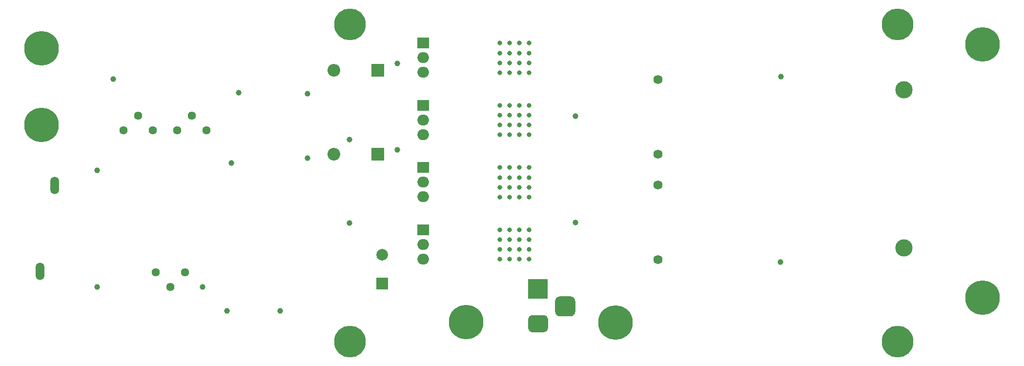
<source format=gbr>
%TF.GenerationSoftware,KiCad,Pcbnew,5.1.10*%
%TF.CreationDate,2021-08-13T16:06:35+12:00*%
%TF.ProjectId,D-Class_Amp,442d436c-6173-4735-9f41-6d702e6b6963,rev?*%
%TF.SameCoordinates,Original*%
%TF.FileFunction,Soldermask,Bot*%
%TF.FilePolarity,Negative*%
%FSLAX46Y46*%
G04 Gerber Fmt 4.6, Leading zero omitted, Abs format (unit mm)*
G04 Created by KiCad (PCBNEW 5.1.10) date 2021-08-13 16:06:35*
%MOMM*%
%LPD*%
G01*
G04 APERTURE LIST*
%ADD10C,5.500000*%
%ADD11R,3.500000X3.500000*%
%ADD12C,0.800000*%
%ADD13C,6.000000*%
%ADD14O,1.508000X3.016000*%
%ADD15O,2.000000X1.905000*%
%ADD16R,2.000000X1.905000*%
%ADD17C,1.000000*%
%ADD18C,3.000000*%
%ADD19C,1.590000*%
%ADD20O,2.200000X2.200000*%
%ADD21R,2.200000X2.200000*%
%ADD22C,2.000000*%
%ADD23R,2.000000X2.000000*%
%ADD24C,1.440000*%
G04 APERTURE END LIST*
D10*
%TO.C,M3*%
X236842000Y-127446000D03*
%TD*%
%TO.C,M3*%
X236842000Y-72446000D03*
%TD*%
%TO.C,M3*%
X141842000Y-127446000D03*
%TD*%
%TO.C,M3*%
X141842000Y-72446000D03*
%TD*%
%TO.C,J101*%
G36*
G01*
X180073000Y-123114000D02*
X178323000Y-123114000D01*
G75*
G02*
X177448000Y-122239000I0J875000D01*
G01*
X177448000Y-120489000D01*
G75*
G02*
X178323000Y-119614000I875000J0D01*
G01*
X180073000Y-119614000D01*
G75*
G02*
X180948000Y-120489000I0J-875000D01*
G01*
X180948000Y-122239000D01*
G75*
G02*
X180073000Y-123114000I-875000J0D01*
G01*
G37*
G36*
G01*
X175498000Y-125864000D02*
X173498000Y-125864000D01*
G75*
G02*
X172748000Y-125114000I0J750000D01*
G01*
X172748000Y-123614000D01*
G75*
G02*
X173498000Y-122864000I750000J0D01*
G01*
X175498000Y-122864000D01*
G75*
G02*
X176248000Y-123614000I0J-750000D01*
G01*
X176248000Y-125114000D01*
G75*
G02*
X175498000Y-125864000I-750000J0D01*
G01*
G37*
D11*
X174498000Y-118364000D03*
%TD*%
D12*
%TO.C,GNDS*%
X89982990Y-74990010D03*
X88392000Y-74331000D03*
X86801010Y-74990010D03*
X86142000Y-76581000D03*
X86801010Y-78171990D03*
X88392000Y-78831000D03*
X89982990Y-78171990D03*
X90642000Y-76581000D03*
D13*
X88392000Y-76581000D03*
%TD*%
D12*
%TO.C,SIG*%
X89982990Y-88325010D03*
X88392000Y-87666000D03*
X86801010Y-88325010D03*
X86142000Y-89916000D03*
X86801010Y-91506990D03*
X88392000Y-92166000D03*
X89982990Y-91506990D03*
X90642000Y-89916000D03*
D13*
X88392000Y-89916000D03*
%TD*%
D14*
%TO.C,J102*%
X90638000Y-100416000D03*
X88138000Y-115316000D03*
%TD*%
D13*
%TO.C,LS101*%
X251587000Y-119888000D03*
D12*
X253177990Y-121449990D03*
X253837000Y-119859000D03*
X253177990Y-118268010D03*
X251587000Y-122109000D03*
X249337000Y-119859000D03*
X251587000Y-117609000D03*
X249996010Y-121449990D03*
X249996010Y-118268010D03*
X249996010Y-77507990D03*
X251587000Y-78167000D03*
D13*
X251587000Y-75888000D03*
D12*
X249996010Y-74326010D03*
X251587000Y-73667000D03*
X249337000Y-75917000D03*
X253177990Y-74326010D03*
X253837000Y-75917000D03*
X253177990Y-77507990D03*
%TD*%
D15*
%TO.C,Q504*%
X154559000Y-110617000D03*
D16*
X154559000Y-108077000D03*
D15*
X154559000Y-113157000D03*
D12*
X167850000Y-113201000D03*
X167850000Y-111493000D03*
X167850000Y-109785000D03*
X167850000Y-108077000D03*
X169558000Y-113201000D03*
X169558000Y-111493000D03*
X169558000Y-109785000D03*
X169558000Y-108077000D03*
X171266000Y-113201000D03*
X171266000Y-111493000D03*
X171266000Y-109785000D03*
X171266000Y-108077000D03*
X172974000Y-113201000D03*
X172974000Y-111493000D03*
X172974000Y-109785000D03*
X172974000Y-108077000D03*
%TD*%
D15*
%TO.C,Q503*%
X154559000Y-99822000D03*
D16*
X154559000Y-97282000D03*
D15*
X154559000Y-102362000D03*
D12*
X167850000Y-102406000D03*
X167850000Y-100698000D03*
X167850000Y-98990000D03*
X167850000Y-97282000D03*
X169558000Y-102406000D03*
X169558000Y-100698000D03*
X169558000Y-98990000D03*
X169558000Y-97282000D03*
X171266000Y-102406000D03*
X171266000Y-100698000D03*
X171266000Y-98990000D03*
X171266000Y-97282000D03*
X172974000Y-102406000D03*
X172974000Y-100698000D03*
X172974000Y-98990000D03*
X172974000Y-97282000D03*
%TD*%
D15*
%TO.C,Q502*%
X154559000Y-89027000D03*
D16*
X154559000Y-86487000D03*
D15*
X154559000Y-91567000D03*
D12*
X167850000Y-91611000D03*
X167850000Y-89903000D03*
X167850000Y-88195000D03*
X167850000Y-86487000D03*
X169558000Y-91611000D03*
X169558000Y-89903000D03*
X169558000Y-88195000D03*
X169558000Y-86487000D03*
X171266000Y-91611000D03*
X171266000Y-89903000D03*
X171266000Y-88195000D03*
X171266000Y-86487000D03*
X172974000Y-91611000D03*
X172974000Y-89903000D03*
X172974000Y-88195000D03*
X172974000Y-86487000D03*
%TD*%
D15*
%TO.C,Q501*%
X154559000Y-78232000D03*
D16*
X154559000Y-75692000D03*
D15*
X154559000Y-80772000D03*
D12*
X167850000Y-80816000D03*
X167850000Y-79108000D03*
X167850000Y-77400000D03*
X167850000Y-75692000D03*
X169558000Y-80816000D03*
X169558000Y-79108000D03*
X169558000Y-77400000D03*
X169558000Y-75692000D03*
X171266000Y-80816000D03*
X171266000Y-79108000D03*
X171266000Y-77400000D03*
X171266000Y-75692000D03*
X172974000Y-80816000D03*
X172974000Y-79108000D03*
X172974000Y-77400000D03*
X172974000Y-75692000D03*
%TD*%
D17*
%TO.C,TP504*%
X141795500Y-106934000D03*
%TD*%
%TO.C,TP503*%
X150114000Y-94170500D03*
%TD*%
%TO.C,TP502*%
X141795500Y-92392500D03*
%TD*%
%TO.C,TP501*%
X150114000Y-79248000D03*
%TD*%
%TO.C,TP302*%
X122555000Y-84328000D03*
%TD*%
%TO.C,TP301*%
X100838000Y-81915000D03*
%TD*%
%TO.C,TP202*%
X116332000Y-117983000D03*
%TD*%
%TO.C,TP201*%
X98044000Y-117983000D03*
%TD*%
%TO.C,TP110*%
X216535000Y-113665000D03*
%TD*%
%TO.C,TP109*%
X216662000Y-81534000D03*
%TD*%
%TO.C,TP108*%
X180975000Y-106807000D03*
%TD*%
%TO.C,TP107*%
X180975000Y-88392000D03*
%TD*%
%TO.C,TP106*%
X134493000Y-95631000D03*
%TD*%
%TO.C,TP105*%
X134493000Y-84455000D03*
%TD*%
%TO.C,TP104*%
X121285000Y-96520000D03*
%TD*%
%TO.C,TP103*%
X98044000Y-97790000D03*
%TD*%
%TO.C,TP102*%
X120523000Y-122174000D03*
%TD*%
%TO.C,TP101*%
X129794000Y-122174000D03*
%TD*%
D18*
%TO.C,C403*%
X237998000Y-111252000D03*
X237998000Y-83752000D03*
%TD*%
D12*
%TO.C,H102*%
X186369010Y-125796990D03*
X187960000Y-126456000D03*
X189550990Y-125796990D03*
X190210000Y-124206000D03*
X189550990Y-122615010D03*
X187960000Y-121956000D03*
X186369010Y-122615010D03*
X185710000Y-124206000D03*
D13*
X187960000Y-124206000D03*
%TD*%
D12*
%TO.C,H101*%
X160461010Y-125669990D03*
X162052000Y-126329000D03*
X163642990Y-125669990D03*
X164302000Y-124079000D03*
X163642990Y-122488010D03*
X162052000Y-121829000D03*
X160461010Y-122488010D03*
X159802000Y-124079000D03*
D13*
X162052000Y-124079000D03*
%TD*%
D19*
%TO.C,L401*%
X195326000Y-82042000D03*
X195326000Y-94996000D03*
%TD*%
%TO.C,L402*%
X195326000Y-113284000D03*
X195326000Y-100330000D03*
%TD*%
D20*
%TO.C,D502*%
X139065000Y-94996000D03*
D21*
X146685000Y-94996000D03*
%TD*%
D20*
%TO.C,D501*%
X139065000Y-80391000D03*
D21*
X146685000Y-80391000D03*
%TD*%
D22*
%TO.C,C104*%
X147447000Y-112395000D03*
D23*
X147447000Y-117395000D03*
%TD*%
D24*
%TO.C,RV201*%
X108204000Y-115443000D03*
X110744000Y-117983000D03*
X113284000Y-115443000D03*
%TD*%
%TO.C,RV302*%
X116967000Y-90805000D03*
X114427000Y-88265000D03*
X111887000Y-90805000D03*
%TD*%
%TO.C,RV301*%
X107696000Y-90805000D03*
X105156000Y-88265000D03*
X102616000Y-90805000D03*
%TD*%
M02*

</source>
